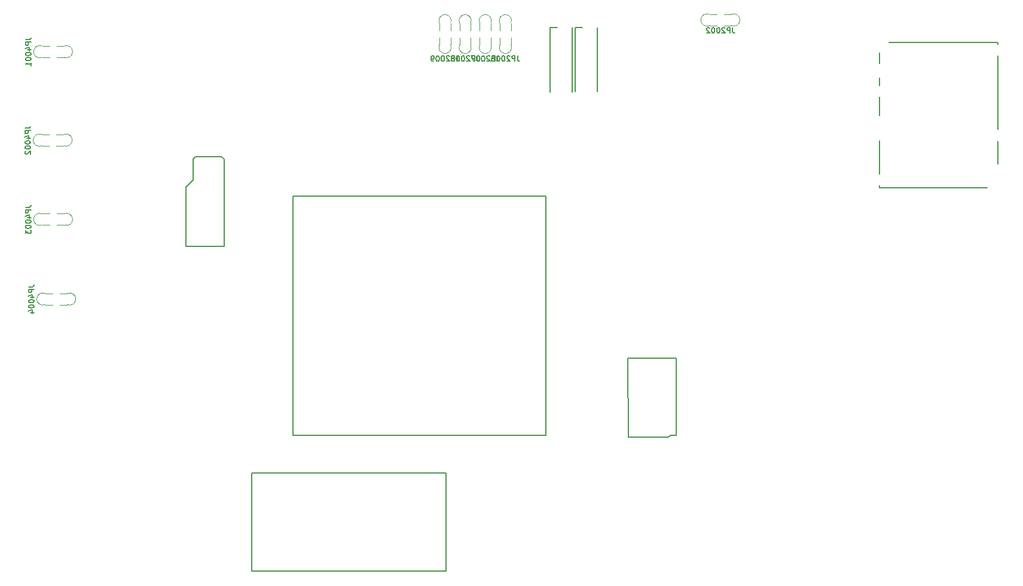
<source format=gbo>
G04 #@! TF.GenerationSoftware,KiCad,Pcbnew,8.0.9-8.0.9-0~ubuntu24.04.1*
G04 #@! TF.CreationDate,2025-02-20T18:22:35+00:00*
G04 #@! TF.ProjectId,hellenbms46,68656c6c-656e-4626-9d73-34362e6b6963,rev?*
G04 #@! TF.SameCoordinates,PX4c4b400PY96ae380*
G04 #@! TF.FileFunction,Legend,Bot*
G04 #@! TF.FilePolarity,Positive*
%FSLAX46Y46*%
G04 Gerber Fmt 4.6, Leading zero omitted, Abs format (unit mm)*
G04 Created by KiCad (PCBNEW 8.0.9-8.0.9-0~ubuntu24.04.1) date 2025-02-20 18:22:35*
%MOMM*%
%LPD*%
G01*
G04 APERTURE LIST*
%ADD10C,0.127000*%
%ADD11C,0.099060*%
%ADD12C,0.120000*%
%ADD13C,0.200000*%
G04 APERTURE END LIST*
D10*
X14583911Y84223571D02*
X15128197Y84223571D01*
X15128197Y84223571D02*
X15237054Y84259856D01*
X15237054Y84259856D02*
X15309626Y84332428D01*
X15309626Y84332428D02*
X15345911Y84441285D01*
X15345911Y84441285D02*
X15345911Y84513856D01*
X15345911Y83860714D02*
X14583911Y83860714D01*
X14583911Y83860714D02*
X14583911Y83570428D01*
X14583911Y83570428D02*
X14620197Y83497857D01*
X14620197Y83497857D02*
X14656483Y83461571D01*
X14656483Y83461571D02*
X14729054Y83425285D01*
X14729054Y83425285D02*
X14837911Y83425285D01*
X14837911Y83425285D02*
X14910483Y83461571D01*
X14910483Y83461571D02*
X14946768Y83497857D01*
X14946768Y83497857D02*
X14983054Y83570428D01*
X14983054Y83570428D02*
X14983054Y83860714D01*
X14837911Y82772142D02*
X15345911Y82772142D01*
X14547626Y82953571D02*
X15091911Y83135000D01*
X15091911Y83135000D02*
X15091911Y82663285D01*
X14583911Y82227857D02*
X14583911Y82155286D01*
X14583911Y82155286D02*
X14620197Y82082714D01*
X14620197Y82082714D02*
X14656483Y82046428D01*
X14656483Y82046428D02*
X14729054Y82010143D01*
X14729054Y82010143D02*
X14874197Y81973857D01*
X14874197Y81973857D02*
X15055626Y81973857D01*
X15055626Y81973857D02*
X15200768Y82010143D01*
X15200768Y82010143D02*
X15273340Y82046428D01*
X15273340Y82046428D02*
X15309626Y82082714D01*
X15309626Y82082714D02*
X15345911Y82155286D01*
X15345911Y82155286D02*
X15345911Y82227857D01*
X15345911Y82227857D02*
X15309626Y82300428D01*
X15309626Y82300428D02*
X15273340Y82336714D01*
X15273340Y82336714D02*
X15200768Y82373000D01*
X15200768Y82373000D02*
X15055626Y82409286D01*
X15055626Y82409286D02*
X14874197Y82409286D01*
X14874197Y82409286D02*
X14729054Y82373000D01*
X14729054Y82373000D02*
X14656483Y82336714D01*
X14656483Y82336714D02*
X14620197Y82300428D01*
X14620197Y82300428D02*
X14583911Y82227857D01*
X14583911Y81502143D02*
X14583911Y81429572D01*
X14583911Y81429572D02*
X14620197Y81357000D01*
X14620197Y81357000D02*
X14656483Y81320714D01*
X14656483Y81320714D02*
X14729054Y81284429D01*
X14729054Y81284429D02*
X14874197Y81248143D01*
X14874197Y81248143D02*
X15055626Y81248143D01*
X15055626Y81248143D02*
X15200768Y81284429D01*
X15200768Y81284429D02*
X15273340Y81320714D01*
X15273340Y81320714D02*
X15309626Y81357000D01*
X15309626Y81357000D02*
X15345911Y81429572D01*
X15345911Y81429572D02*
X15345911Y81502143D01*
X15345911Y81502143D02*
X15309626Y81574714D01*
X15309626Y81574714D02*
X15273340Y81611000D01*
X15273340Y81611000D02*
X15200768Y81647286D01*
X15200768Y81647286D02*
X15055626Y81683572D01*
X15055626Y81683572D02*
X14874197Y81683572D01*
X14874197Y81683572D02*
X14729054Y81647286D01*
X14729054Y81647286D02*
X14656483Y81611000D01*
X14656483Y81611000D02*
X14620197Y81574714D01*
X14620197Y81574714D02*
X14583911Y81502143D01*
X15345911Y80522429D02*
X15345911Y80957858D01*
X15345911Y80740143D02*
X14583911Y80740143D01*
X14583911Y80740143D02*
X14692768Y80812715D01*
X14692768Y80812715D02*
X14765340Y80885286D01*
X14765340Y80885286D02*
X14801626Y80957858D01*
X15033912Y49206571D02*
X15578198Y49206571D01*
X15578198Y49206571D02*
X15687055Y49242856D01*
X15687055Y49242856D02*
X15759627Y49315428D01*
X15759627Y49315428D02*
X15795912Y49424285D01*
X15795912Y49424285D02*
X15795912Y49496856D01*
X15795912Y48843714D02*
X15033912Y48843714D01*
X15033912Y48843714D02*
X15033912Y48553428D01*
X15033912Y48553428D02*
X15070198Y48480857D01*
X15070198Y48480857D02*
X15106484Y48444571D01*
X15106484Y48444571D02*
X15179055Y48408285D01*
X15179055Y48408285D02*
X15287912Y48408285D01*
X15287912Y48408285D02*
X15360484Y48444571D01*
X15360484Y48444571D02*
X15396769Y48480857D01*
X15396769Y48480857D02*
X15433055Y48553428D01*
X15433055Y48553428D02*
X15433055Y48843714D01*
X15287912Y47755142D02*
X15795912Y47755142D01*
X14997627Y47936571D02*
X15541912Y48118000D01*
X15541912Y48118000D02*
X15541912Y47646285D01*
X15033912Y47210857D02*
X15033912Y47138286D01*
X15033912Y47138286D02*
X15070198Y47065714D01*
X15070198Y47065714D02*
X15106484Y47029428D01*
X15106484Y47029428D02*
X15179055Y46993143D01*
X15179055Y46993143D02*
X15324198Y46956857D01*
X15324198Y46956857D02*
X15505627Y46956857D01*
X15505627Y46956857D02*
X15650769Y46993143D01*
X15650769Y46993143D02*
X15723341Y47029428D01*
X15723341Y47029428D02*
X15759627Y47065714D01*
X15759627Y47065714D02*
X15795912Y47138286D01*
X15795912Y47138286D02*
X15795912Y47210857D01*
X15795912Y47210857D02*
X15759627Y47283428D01*
X15759627Y47283428D02*
X15723341Y47319714D01*
X15723341Y47319714D02*
X15650769Y47356000D01*
X15650769Y47356000D02*
X15505627Y47392286D01*
X15505627Y47392286D02*
X15324198Y47392286D01*
X15324198Y47392286D02*
X15179055Y47356000D01*
X15179055Y47356000D02*
X15106484Y47319714D01*
X15106484Y47319714D02*
X15070198Y47283428D01*
X15070198Y47283428D02*
X15033912Y47210857D01*
X15033912Y46485143D02*
X15033912Y46412572D01*
X15033912Y46412572D02*
X15070198Y46340000D01*
X15070198Y46340000D02*
X15106484Y46303714D01*
X15106484Y46303714D02*
X15179055Y46267429D01*
X15179055Y46267429D02*
X15324198Y46231143D01*
X15324198Y46231143D02*
X15505627Y46231143D01*
X15505627Y46231143D02*
X15650769Y46267429D01*
X15650769Y46267429D02*
X15723341Y46303714D01*
X15723341Y46303714D02*
X15759627Y46340000D01*
X15759627Y46340000D02*
X15795912Y46412572D01*
X15795912Y46412572D02*
X15795912Y46485143D01*
X15795912Y46485143D02*
X15759627Y46557714D01*
X15759627Y46557714D02*
X15723341Y46594000D01*
X15723341Y46594000D02*
X15650769Y46630286D01*
X15650769Y46630286D02*
X15505627Y46666572D01*
X15505627Y46666572D02*
X15324198Y46666572D01*
X15324198Y46666572D02*
X15179055Y46630286D01*
X15179055Y46630286D02*
X15106484Y46594000D01*
X15106484Y46594000D02*
X15070198Y46557714D01*
X15070198Y46557714D02*
X15033912Y46485143D01*
X15287912Y45578000D02*
X15795912Y45578000D01*
X14997627Y45759429D02*
X15541912Y45940858D01*
X15541912Y45940858D02*
X15541912Y45469143D01*
X114723570Y85916089D02*
X114723570Y85371803D01*
X114723570Y85371803D02*
X114759855Y85262946D01*
X114759855Y85262946D02*
X114832427Y85190374D01*
X114832427Y85190374D02*
X114941284Y85154089D01*
X114941284Y85154089D02*
X115013855Y85154089D01*
X114360713Y85154089D02*
X114360713Y85916089D01*
X114360713Y85916089D02*
X114070427Y85916089D01*
X114070427Y85916089D02*
X113997856Y85879803D01*
X113997856Y85879803D02*
X113961570Y85843517D01*
X113961570Y85843517D02*
X113925284Y85770946D01*
X113925284Y85770946D02*
X113925284Y85662089D01*
X113925284Y85662089D02*
X113961570Y85589517D01*
X113961570Y85589517D02*
X113997856Y85553232D01*
X113997856Y85553232D02*
X114070427Y85516946D01*
X114070427Y85516946D02*
X114360713Y85516946D01*
X113634999Y85843517D02*
X113598713Y85879803D01*
X113598713Y85879803D02*
X113526142Y85916089D01*
X113526142Y85916089D02*
X113344713Y85916089D01*
X113344713Y85916089D02*
X113272142Y85879803D01*
X113272142Y85879803D02*
X113235856Y85843517D01*
X113235856Y85843517D02*
X113199570Y85770946D01*
X113199570Y85770946D02*
X113199570Y85698374D01*
X113199570Y85698374D02*
X113235856Y85589517D01*
X113235856Y85589517D02*
X113671284Y85154089D01*
X113671284Y85154089D02*
X113199570Y85154089D01*
X112727856Y85916089D02*
X112655285Y85916089D01*
X112655285Y85916089D02*
X112582713Y85879803D01*
X112582713Y85879803D02*
X112546428Y85843517D01*
X112546428Y85843517D02*
X112510142Y85770946D01*
X112510142Y85770946D02*
X112473856Y85625803D01*
X112473856Y85625803D02*
X112473856Y85444374D01*
X112473856Y85444374D02*
X112510142Y85299232D01*
X112510142Y85299232D02*
X112546428Y85226660D01*
X112546428Y85226660D02*
X112582713Y85190374D01*
X112582713Y85190374D02*
X112655285Y85154089D01*
X112655285Y85154089D02*
X112727856Y85154089D01*
X112727856Y85154089D02*
X112800428Y85190374D01*
X112800428Y85190374D02*
X112836713Y85226660D01*
X112836713Y85226660D02*
X112872999Y85299232D01*
X112872999Y85299232D02*
X112909285Y85444374D01*
X112909285Y85444374D02*
X112909285Y85625803D01*
X112909285Y85625803D02*
X112872999Y85770946D01*
X112872999Y85770946D02*
X112836713Y85843517D01*
X112836713Y85843517D02*
X112800428Y85879803D01*
X112800428Y85879803D02*
X112727856Y85916089D01*
X112002142Y85916089D02*
X111929571Y85916089D01*
X111929571Y85916089D02*
X111856999Y85879803D01*
X111856999Y85879803D02*
X111820714Y85843517D01*
X111820714Y85843517D02*
X111784428Y85770946D01*
X111784428Y85770946D02*
X111748142Y85625803D01*
X111748142Y85625803D02*
X111748142Y85444374D01*
X111748142Y85444374D02*
X111784428Y85299232D01*
X111784428Y85299232D02*
X111820714Y85226660D01*
X111820714Y85226660D02*
X111856999Y85190374D01*
X111856999Y85190374D02*
X111929571Y85154089D01*
X111929571Y85154089D02*
X112002142Y85154089D01*
X112002142Y85154089D02*
X112074714Y85190374D01*
X112074714Y85190374D02*
X112110999Y85226660D01*
X112110999Y85226660D02*
X112147285Y85299232D01*
X112147285Y85299232D02*
X112183571Y85444374D01*
X112183571Y85444374D02*
X112183571Y85625803D01*
X112183571Y85625803D02*
X112147285Y85770946D01*
X112147285Y85770946D02*
X112110999Y85843517D01*
X112110999Y85843517D02*
X112074714Y85879803D01*
X112074714Y85879803D02*
X112002142Y85916089D01*
X111457857Y85843517D02*
X111421571Y85879803D01*
X111421571Y85879803D02*
X111349000Y85916089D01*
X111349000Y85916089D02*
X111167571Y85916089D01*
X111167571Y85916089D02*
X111095000Y85879803D01*
X111095000Y85879803D02*
X111058714Y85843517D01*
X111058714Y85843517D02*
X111022428Y85770946D01*
X111022428Y85770946D02*
X111022428Y85698374D01*
X111022428Y85698374D02*
X111058714Y85589517D01*
X111058714Y85589517D02*
X111494142Y85154089D01*
X111494142Y85154089D02*
X111022428Y85154089D01*
X14533912Y71702571D02*
X15078198Y71702571D01*
X15078198Y71702571D02*
X15187055Y71738856D01*
X15187055Y71738856D02*
X15259627Y71811428D01*
X15259627Y71811428D02*
X15295912Y71920285D01*
X15295912Y71920285D02*
X15295912Y71992856D01*
X15295912Y71339714D02*
X14533912Y71339714D01*
X14533912Y71339714D02*
X14533912Y71049428D01*
X14533912Y71049428D02*
X14570198Y70976857D01*
X14570198Y70976857D02*
X14606484Y70940571D01*
X14606484Y70940571D02*
X14679055Y70904285D01*
X14679055Y70904285D02*
X14787912Y70904285D01*
X14787912Y70904285D02*
X14860484Y70940571D01*
X14860484Y70940571D02*
X14896769Y70976857D01*
X14896769Y70976857D02*
X14933055Y71049428D01*
X14933055Y71049428D02*
X14933055Y71339714D01*
X14787912Y70251142D02*
X15295912Y70251142D01*
X14497627Y70432571D02*
X15041912Y70614000D01*
X15041912Y70614000D02*
X15041912Y70142285D01*
X14533912Y69706857D02*
X14533912Y69634286D01*
X14533912Y69634286D02*
X14570198Y69561714D01*
X14570198Y69561714D02*
X14606484Y69525428D01*
X14606484Y69525428D02*
X14679055Y69489143D01*
X14679055Y69489143D02*
X14824198Y69452857D01*
X14824198Y69452857D02*
X15005627Y69452857D01*
X15005627Y69452857D02*
X15150769Y69489143D01*
X15150769Y69489143D02*
X15223341Y69525428D01*
X15223341Y69525428D02*
X15259627Y69561714D01*
X15259627Y69561714D02*
X15295912Y69634286D01*
X15295912Y69634286D02*
X15295912Y69706857D01*
X15295912Y69706857D02*
X15259627Y69779428D01*
X15259627Y69779428D02*
X15223341Y69815714D01*
X15223341Y69815714D02*
X15150769Y69852000D01*
X15150769Y69852000D02*
X15005627Y69888286D01*
X15005627Y69888286D02*
X14824198Y69888286D01*
X14824198Y69888286D02*
X14679055Y69852000D01*
X14679055Y69852000D02*
X14606484Y69815714D01*
X14606484Y69815714D02*
X14570198Y69779428D01*
X14570198Y69779428D02*
X14533912Y69706857D01*
X14533912Y68981143D02*
X14533912Y68908572D01*
X14533912Y68908572D02*
X14570198Y68836000D01*
X14570198Y68836000D02*
X14606484Y68799714D01*
X14606484Y68799714D02*
X14679055Y68763429D01*
X14679055Y68763429D02*
X14824198Y68727143D01*
X14824198Y68727143D02*
X15005627Y68727143D01*
X15005627Y68727143D02*
X15150769Y68763429D01*
X15150769Y68763429D02*
X15223341Y68799714D01*
X15223341Y68799714D02*
X15259627Y68836000D01*
X15259627Y68836000D02*
X15295912Y68908572D01*
X15295912Y68908572D02*
X15295912Y68981143D01*
X15295912Y68981143D02*
X15259627Y69053714D01*
X15259627Y69053714D02*
X15223341Y69090000D01*
X15223341Y69090000D02*
X15150769Y69126286D01*
X15150769Y69126286D02*
X15005627Y69162572D01*
X15005627Y69162572D02*
X14824198Y69162572D01*
X14824198Y69162572D02*
X14679055Y69126286D01*
X14679055Y69126286D02*
X14606484Y69090000D01*
X14606484Y69090000D02*
X14570198Y69053714D01*
X14570198Y69053714D02*
X14533912Y68981143D01*
X14606484Y68436858D02*
X14570198Y68400572D01*
X14570198Y68400572D02*
X14533912Y68328000D01*
X14533912Y68328000D02*
X14533912Y68146572D01*
X14533912Y68146572D02*
X14570198Y68074000D01*
X14570198Y68074000D02*
X14606484Y68037715D01*
X14606484Y68037715D02*
X14679055Y68001429D01*
X14679055Y68001429D02*
X14751627Y68001429D01*
X14751627Y68001429D02*
X14860484Y68037715D01*
X14860484Y68037715D02*
X15295912Y68473143D01*
X15295912Y68473143D02*
X15295912Y68001429D01*
X78574352Y81916089D02*
X78574352Y81371803D01*
X78574352Y81371803D02*
X78610637Y81262946D01*
X78610637Y81262946D02*
X78683209Y81190374D01*
X78683209Y81190374D02*
X78792066Y81154089D01*
X78792066Y81154089D02*
X78864637Y81154089D01*
X78211495Y81154089D02*
X78211495Y81916089D01*
X78211495Y81916089D02*
X77921209Y81916089D01*
X77921209Y81916089D02*
X77848638Y81879803D01*
X77848638Y81879803D02*
X77812352Y81843517D01*
X77812352Y81843517D02*
X77776066Y81770946D01*
X77776066Y81770946D02*
X77776066Y81662089D01*
X77776066Y81662089D02*
X77812352Y81589517D01*
X77812352Y81589517D02*
X77848638Y81553232D01*
X77848638Y81553232D02*
X77921209Y81516946D01*
X77921209Y81516946D02*
X78211495Y81516946D01*
X77485781Y81843517D02*
X77449495Y81879803D01*
X77449495Y81879803D02*
X77376924Y81916089D01*
X77376924Y81916089D02*
X77195495Y81916089D01*
X77195495Y81916089D02*
X77122924Y81879803D01*
X77122924Y81879803D02*
X77086638Y81843517D01*
X77086638Y81843517D02*
X77050352Y81770946D01*
X77050352Y81770946D02*
X77050352Y81698374D01*
X77050352Y81698374D02*
X77086638Y81589517D01*
X77086638Y81589517D02*
X77522066Y81154089D01*
X77522066Y81154089D02*
X77050352Y81154089D01*
X76578638Y81916089D02*
X76506067Y81916089D01*
X76506067Y81916089D02*
X76433495Y81879803D01*
X76433495Y81879803D02*
X76397210Y81843517D01*
X76397210Y81843517D02*
X76360924Y81770946D01*
X76360924Y81770946D02*
X76324638Y81625803D01*
X76324638Y81625803D02*
X76324638Y81444374D01*
X76324638Y81444374D02*
X76360924Y81299232D01*
X76360924Y81299232D02*
X76397210Y81226660D01*
X76397210Y81226660D02*
X76433495Y81190374D01*
X76433495Y81190374D02*
X76506067Y81154089D01*
X76506067Y81154089D02*
X76578638Y81154089D01*
X76578638Y81154089D02*
X76651210Y81190374D01*
X76651210Y81190374D02*
X76687495Y81226660D01*
X76687495Y81226660D02*
X76723781Y81299232D01*
X76723781Y81299232D02*
X76760067Y81444374D01*
X76760067Y81444374D02*
X76760067Y81625803D01*
X76760067Y81625803D02*
X76723781Y81770946D01*
X76723781Y81770946D02*
X76687495Y81843517D01*
X76687495Y81843517D02*
X76651210Y81879803D01*
X76651210Y81879803D02*
X76578638Y81916089D01*
X75852924Y81916089D02*
X75780353Y81916089D01*
X75780353Y81916089D02*
X75707781Y81879803D01*
X75707781Y81879803D02*
X75671496Y81843517D01*
X75671496Y81843517D02*
X75635210Y81770946D01*
X75635210Y81770946D02*
X75598924Y81625803D01*
X75598924Y81625803D02*
X75598924Y81444374D01*
X75598924Y81444374D02*
X75635210Y81299232D01*
X75635210Y81299232D02*
X75671496Y81226660D01*
X75671496Y81226660D02*
X75707781Y81190374D01*
X75707781Y81190374D02*
X75780353Y81154089D01*
X75780353Y81154089D02*
X75852924Y81154089D01*
X75852924Y81154089D02*
X75925496Y81190374D01*
X75925496Y81190374D02*
X75961781Y81226660D01*
X75961781Y81226660D02*
X75998067Y81299232D01*
X75998067Y81299232D02*
X76034353Y81444374D01*
X76034353Y81444374D02*
X76034353Y81625803D01*
X76034353Y81625803D02*
X75998067Y81770946D01*
X75998067Y81770946D02*
X75961781Y81843517D01*
X75961781Y81843517D02*
X75925496Y81879803D01*
X75925496Y81879803D02*
X75852924Y81916089D01*
X75163496Y81589517D02*
X75236067Y81625803D01*
X75236067Y81625803D02*
X75272353Y81662089D01*
X75272353Y81662089D02*
X75308639Y81734660D01*
X75308639Y81734660D02*
X75308639Y81770946D01*
X75308639Y81770946D02*
X75272353Y81843517D01*
X75272353Y81843517D02*
X75236067Y81879803D01*
X75236067Y81879803D02*
X75163496Y81916089D01*
X75163496Y81916089D02*
X75018353Y81916089D01*
X75018353Y81916089D02*
X74945782Y81879803D01*
X74945782Y81879803D02*
X74909496Y81843517D01*
X74909496Y81843517D02*
X74873210Y81770946D01*
X74873210Y81770946D02*
X74873210Y81734660D01*
X74873210Y81734660D02*
X74909496Y81662089D01*
X74909496Y81662089D02*
X74945782Y81625803D01*
X74945782Y81625803D02*
X75018353Y81589517D01*
X75018353Y81589517D02*
X75163496Y81589517D01*
X75163496Y81589517D02*
X75236067Y81553232D01*
X75236067Y81553232D02*
X75272353Y81516946D01*
X75272353Y81516946D02*
X75308639Y81444374D01*
X75308639Y81444374D02*
X75308639Y81299232D01*
X75308639Y81299232D02*
X75272353Y81226660D01*
X75272353Y81226660D02*
X75236067Y81190374D01*
X75236067Y81190374D02*
X75163496Y81154089D01*
X75163496Y81154089D02*
X75018353Y81154089D01*
X75018353Y81154089D02*
X74945782Y81190374D01*
X74945782Y81190374D02*
X74909496Y81226660D01*
X74909496Y81226660D02*
X74873210Y81299232D01*
X74873210Y81299232D02*
X74873210Y81444374D01*
X74873210Y81444374D02*
X74909496Y81516946D01*
X74909496Y81516946D02*
X74945782Y81553232D01*
X74945782Y81553232D02*
X75018353Y81589517D01*
X75723570Y81916089D02*
X75723570Y81371803D01*
X75723570Y81371803D02*
X75759855Y81262946D01*
X75759855Y81262946D02*
X75832427Y81190374D01*
X75832427Y81190374D02*
X75941284Y81154089D01*
X75941284Y81154089D02*
X76013855Y81154089D01*
X75360713Y81154089D02*
X75360713Y81916089D01*
X75360713Y81916089D02*
X75070427Y81916089D01*
X75070427Y81916089D02*
X74997856Y81879803D01*
X74997856Y81879803D02*
X74961570Y81843517D01*
X74961570Y81843517D02*
X74925284Y81770946D01*
X74925284Y81770946D02*
X74925284Y81662089D01*
X74925284Y81662089D02*
X74961570Y81589517D01*
X74961570Y81589517D02*
X74997856Y81553232D01*
X74997856Y81553232D02*
X75070427Y81516946D01*
X75070427Y81516946D02*
X75360713Y81516946D01*
X74634999Y81843517D02*
X74598713Y81879803D01*
X74598713Y81879803D02*
X74526142Y81916089D01*
X74526142Y81916089D02*
X74344713Y81916089D01*
X74344713Y81916089D02*
X74272142Y81879803D01*
X74272142Y81879803D02*
X74235856Y81843517D01*
X74235856Y81843517D02*
X74199570Y81770946D01*
X74199570Y81770946D02*
X74199570Y81698374D01*
X74199570Y81698374D02*
X74235856Y81589517D01*
X74235856Y81589517D02*
X74671284Y81154089D01*
X74671284Y81154089D02*
X74199570Y81154089D01*
X73727856Y81916089D02*
X73655285Y81916089D01*
X73655285Y81916089D02*
X73582713Y81879803D01*
X73582713Y81879803D02*
X73546428Y81843517D01*
X73546428Y81843517D02*
X73510142Y81770946D01*
X73510142Y81770946D02*
X73473856Y81625803D01*
X73473856Y81625803D02*
X73473856Y81444374D01*
X73473856Y81444374D02*
X73510142Y81299232D01*
X73510142Y81299232D02*
X73546428Y81226660D01*
X73546428Y81226660D02*
X73582713Y81190374D01*
X73582713Y81190374D02*
X73655285Y81154089D01*
X73655285Y81154089D02*
X73727856Y81154089D01*
X73727856Y81154089D02*
X73800428Y81190374D01*
X73800428Y81190374D02*
X73836713Y81226660D01*
X73836713Y81226660D02*
X73872999Y81299232D01*
X73872999Y81299232D02*
X73909285Y81444374D01*
X73909285Y81444374D02*
X73909285Y81625803D01*
X73909285Y81625803D02*
X73872999Y81770946D01*
X73872999Y81770946D02*
X73836713Y81843517D01*
X73836713Y81843517D02*
X73800428Y81879803D01*
X73800428Y81879803D02*
X73727856Y81916089D01*
X73002142Y81916089D02*
X72929571Y81916089D01*
X72929571Y81916089D02*
X72856999Y81879803D01*
X72856999Y81879803D02*
X72820714Y81843517D01*
X72820714Y81843517D02*
X72784428Y81770946D01*
X72784428Y81770946D02*
X72748142Y81625803D01*
X72748142Y81625803D02*
X72748142Y81444374D01*
X72748142Y81444374D02*
X72784428Y81299232D01*
X72784428Y81299232D02*
X72820714Y81226660D01*
X72820714Y81226660D02*
X72856999Y81190374D01*
X72856999Y81190374D02*
X72929571Y81154089D01*
X72929571Y81154089D02*
X73002142Y81154089D01*
X73002142Y81154089D02*
X73074714Y81190374D01*
X73074714Y81190374D02*
X73110999Y81226660D01*
X73110999Y81226660D02*
X73147285Y81299232D01*
X73147285Y81299232D02*
X73183571Y81444374D01*
X73183571Y81444374D02*
X73183571Y81625803D01*
X73183571Y81625803D02*
X73147285Y81770946D01*
X73147285Y81770946D02*
X73110999Y81843517D01*
X73110999Y81843517D02*
X73074714Y81879803D01*
X73074714Y81879803D02*
X73002142Y81916089D01*
X72385285Y81154089D02*
X72240142Y81154089D01*
X72240142Y81154089D02*
X72167571Y81190374D01*
X72167571Y81190374D02*
X72131285Y81226660D01*
X72131285Y81226660D02*
X72058714Y81335517D01*
X72058714Y81335517D02*
X72022428Y81480660D01*
X72022428Y81480660D02*
X72022428Y81770946D01*
X72022428Y81770946D02*
X72058714Y81843517D01*
X72058714Y81843517D02*
X72095000Y81879803D01*
X72095000Y81879803D02*
X72167571Y81916089D01*
X72167571Y81916089D02*
X72312714Y81916089D01*
X72312714Y81916089D02*
X72385285Y81879803D01*
X72385285Y81879803D02*
X72421571Y81843517D01*
X72421571Y81843517D02*
X72457857Y81770946D01*
X72457857Y81770946D02*
X72457857Y81589517D01*
X72457857Y81589517D02*
X72421571Y81516946D01*
X72421571Y81516946D02*
X72385285Y81480660D01*
X72385285Y81480660D02*
X72312714Y81444374D01*
X72312714Y81444374D02*
X72167571Y81444374D01*
X72167571Y81444374D02*
X72095000Y81480660D01*
X72095000Y81480660D02*
X72058714Y81516946D01*
X72058714Y81516946D02*
X72022428Y81589517D01*
X81425134Y81916089D02*
X81425134Y81371803D01*
X81425134Y81371803D02*
X81461419Y81262946D01*
X81461419Y81262946D02*
X81533991Y81190374D01*
X81533991Y81190374D02*
X81642848Y81154089D01*
X81642848Y81154089D02*
X81715419Y81154089D01*
X81062277Y81154089D02*
X81062277Y81916089D01*
X81062277Y81916089D02*
X80771991Y81916089D01*
X80771991Y81916089D02*
X80699420Y81879803D01*
X80699420Y81879803D02*
X80663134Y81843517D01*
X80663134Y81843517D02*
X80626848Y81770946D01*
X80626848Y81770946D02*
X80626848Y81662089D01*
X80626848Y81662089D02*
X80663134Y81589517D01*
X80663134Y81589517D02*
X80699420Y81553232D01*
X80699420Y81553232D02*
X80771991Y81516946D01*
X80771991Y81516946D02*
X81062277Y81516946D01*
X80336563Y81843517D02*
X80300277Y81879803D01*
X80300277Y81879803D02*
X80227706Y81916089D01*
X80227706Y81916089D02*
X80046277Y81916089D01*
X80046277Y81916089D02*
X79973706Y81879803D01*
X79973706Y81879803D02*
X79937420Y81843517D01*
X79937420Y81843517D02*
X79901134Y81770946D01*
X79901134Y81770946D02*
X79901134Y81698374D01*
X79901134Y81698374D02*
X79937420Y81589517D01*
X79937420Y81589517D02*
X80372848Y81154089D01*
X80372848Y81154089D02*
X79901134Y81154089D01*
X79429420Y81916089D02*
X79356849Y81916089D01*
X79356849Y81916089D02*
X79284277Y81879803D01*
X79284277Y81879803D02*
X79247992Y81843517D01*
X79247992Y81843517D02*
X79211706Y81770946D01*
X79211706Y81770946D02*
X79175420Y81625803D01*
X79175420Y81625803D02*
X79175420Y81444374D01*
X79175420Y81444374D02*
X79211706Y81299232D01*
X79211706Y81299232D02*
X79247992Y81226660D01*
X79247992Y81226660D02*
X79284277Y81190374D01*
X79284277Y81190374D02*
X79356849Y81154089D01*
X79356849Y81154089D02*
X79429420Y81154089D01*
X79429420Y81154089D02*
X79501992Y81190374D01*
X79501992Y81190374D02*
X79538277Y81226660D01*
X79538277Y81226660D02*
X79574563Y81299232D01*
X79574563Y81299232D02*
X79610849Y81444374D01*
X79610849Y81444374D02*
X79610849Y81625803D01*
X79610849Y81625803D02*
X79574563Y81770946D01*
X79574563Y81770946D02*
X79538277Y81843517D01*
X79538277Y81843517D02*
X79501992Y81879803D01*
X79501992Y81879803D02*
X79429420Y81916089D01*
X78703706Y81916089D02*
X78631135Y81916089D01*
X78631135Y81916089D02*
X78558563Y81879803D01*
X78558563Y81879803D02*
X78522278Y81843517D01*
X78522278Y81843517D02*
X78485992Y81770946D01*
X78485992Y81770946D02*
X78449706Y81625803D01*
X78449706Y81625803D02*
X78449706Y81444374D01*
X78449706Y81444374D02*
X78485992Y81299232D01*
X78485992Y81299232D02*
X78522278Y81226660D01*
X78522278Y81226660D02*
X78558563Y81190374D01*
X78558563Y81190374D02*
X78631135Y81154089D01*
X78631135Y81154089D02*
X78703706Y81154089D01*
X78703706Y81154089D02*
X78776278Y81190374D01*
X78776278Y81190374D02*
X78812563Y81226660D01*
X78812563Y81226660D02*
X78848849Y81299232D01*
X78848849Y81299232D02*
X78885135Y81444374D01*
X78885135Y81444374D02*
X78885135Y81625803D01*
X78885135Y81625803D02*
X78848849Y81770946D01*
X78848849Y81770946D02*
X78812563Y81843517D01*
X78812563Y81843517D02*
X78776278Y81879803D01*
X78776278Y81879803D02*
X78703706Y81916089D01*
X78195706Y81916089D02*
X77687706Y81916089D01*
X77687706Y81916089D02*
X78014278Y81154089D01*
X84275916Y81916089D02*
X84275916Y81371803D01*
X84275916Y81371803D02*
X84312201Y81262946D01*
X84312201Y81262946D02*
X84384773Y81190374D01*
X84384773Y81190374D02*
X84493630Y81154089D01*
X84493630Y81154089D02*
X84566201Y81154089D01*
X83913059Y81154089D02*
X83913059Y81916089D01*
X83913059Y81916089D02*
X83622773Y81916089D01*
X83622773Y81916089D02*
X83550202Y81879803D01*
X83550202Y81879803D02*
X83513916Y81843517D01*
X83513916Y81843517D02*
X83477630Y81770946D01*
X83477630Y81770946D02*
X83477630Y81662089D01*
X83477630Y81662089D02*
X83513916Y81589517D01*
X83513916Y81589517D02*
X83550202Y81553232D01*
X83550202Y81553232D02*
X83622773Y81516946D01*
X83622773Y81516946D02*
X83913059Y81516946D01*
X83187345Y81843517D02*
X83151059Y81879803D01*
X83151059Y81879803D02*
X83078488Y81916089D01*
X83078488Y81916089D02*
X82897059Y81916089D01*
X82897059Y81916089D02*
X82824488Y81879803D01*
X82824488Y81879803D02*
X82788202Y81843517D01*
X82788202Y81843517D02*
X82751916Y81770946D01*
X82751916Y81770946D02*
X82751916Y81698374D01*
X82751916Y81698374D02*
X82788202Y81589517D01*
X82788202Y81589517D02*
X83223630Y81154089D01*
X83223630Y81154089D02*
X82751916Y81154089D01*
X82280202Y81916089D02*
X82207631Y81916089D01*
X82207631Y81916089D02*
X82135059Y81879803D01*
X82135059Y81879803D02*
X82098774Y81843517D01*
X82098774Y81843517D02*
X82062488Y81770946D01*
X82062488Y81770946D02*
X82026202Y81625803D01*
X82026202Y81625803D02*
X82026202Y81444374D01*
X82026202Y81444374D02*
X82062488Y81299232D01*
X82062488Y81299232D02*
X82098774Y81226660D01*
X82098774Y81226660D02*
X82135059Y81190374D01*
X82135059Y81190374D02*
X82207631Y81154089D01*
X82207631Y81154089D02*
X82280202Y81154089D01*
X82280202Y81154089D02*
X82352774Y81190374D01*
X82352774Y81190374D02*
X82389059Y81226660D01*
X82389059Y81226660D02*
X82425345Y81299232D01*
X82425345Y81299232D02*
X82461631Y81444374D01*
X82461631Y81444374D02*
X82461631Y81625803D01*
X82461631Y81625803D02*
X82425345Y81770946D01*
X82425345Y81770946D02*
X82389059Y81843517D01*
X82389059Y81843517D02*
X82352774Y81879803D01*
X82352774Y81879803D02*
X82280202Y81916089D01*
X81554488Y81916089D02*
X81481917Y81916089D01*
X81481917Y81916089D02*
X81409345Y81879803D01*
X81409345Y81879803D02*
X81373060Y81843517D01*
X81373060Y81843517D02*
X81336774Y81770946D01*
X81336774Y81770946D02*
X81300488Y81625803D01*
X81300488Y81625803D02*
X81300488Y81444374D01*
X81300488Y81444374D02*
X81336774Y81299232D01*
X81336774Y81299232D02*
X81373060Y81226660D01*
X81373060Y81226660D02*
X81409345Y81190374D01*
X81409345Y81190374D02*
X81481917Y81154089D01*
X81481917Y81154089D02*
X81554488Y81154089D01*
X81554488Y81154089D02*
X81627060Y81190374D01*
X81627060Y81190374D02*
X81663345Y81226660D01*
X81663345Y81226660D02*
X81699631Y81299232D01*
X81699631Y81299232D02*
X81735917Y81444374D01*
X81735917Y81444374D02*
X81735917Y81625803D01*
X81735917Y81625803D02*
X81699631Y81770946D01*
X81699631Y81770946D02*
X81663345Y81843517D01*
X81663345Y81843517D02*
X81627060Y81879803D01*
X81627060Y81879803D02*
X81554488Y81916089D01*
X80647346Y81916089D02*
X80792488Y81916089D01*
X80792488Y81916089D02*
X80865060Y81879803D01*
X80865060Y81879803D02*
X80901346Y81843517D01*
X80901346Y81843517D02*
X80973917Y81734660D01*
X80973917Y81734660D02*
X81010203Y81589517D01*
X81010203Y81589517D02*
X81010203Y81299232D01*
X81010203Y81299232D02*
X80973917Y81226660D01*
X80973917Y81226660D02*
X80937631Y81190374D01*
X80937631Y81190374D02*
X80865060Y81154089D01*
X80865060Y81154089D02*
X80719917Y81154089D01*
X80719917Y81154089D02*
X80647346Y81190374D01*
X80647346Y81190374D02*
X80611060Y81226660D01*
X80611060Y81226660D02*
X80574774Y81299232D01*
X80574774Y81299232D02*
X80574774Y81480660D01*
X80574774Y81480660D02*
X80611060Y81553232D01*
X80611060Y81553232D02*
X80647346Y81589517D01*
X80647346Y81589517D02*
X80719917Y81625803D01*
X80719917Y81625803D02*
X80865060Y81625803D01*
X80865060Y81625803D02*
X80937631Y81589517D01*
X80937631Y81589517D02*
X80973917Y81553232D01*
X80973917Y81553232D02*
X81010203Y81480660D01*
X14583911Y60482571D02*
X15128197Y60482571D01*
X15128197Y60482571D02*
X15237054Y60518856D01*
X15237054Y60518856D02*
X15309626Y60591428D01*
X15309626Y60591428D02*
X15345911Y60700285D01*
X15345911Y60700285D02*
X15345911Y60772856D01*
X15345911Y60119714D02*
X14583911Y60119714D01*
X14583911Y60119714D02*
X14583911Y59829428D01*
X14583911Y59829428D02*
X14620197Y59756857D01*
X14620197Y59756857D02*
X14656483Y59720571D01*
X14656483Y59720571D02*
X14729054Y59684285D01*
X14729054Y59684285D02*
X14837911Y59684285D01*
X14837911Y59684285D02*
X14910483Y59720571D01*
X14910483Y59720571D02*
X14946768Y59756857D01*
X14946768Y59756857D02*
X14983054Y59829428D01*
X14983054Y59829428D02*
X14983054Y60119714D01*
X14837911Y59031142D02*
X15345911Y59031142D01*
X14547626Y59212571D02*
X15091911Y59394000D01*
X15091911Y59394000D02*
X15091911Y58922285D01*
X14583911Y58486857D02*
X14583911Y58414286D01*
X14583911Y58414286D02*
X14620197Y58341714D01*
X14620197Y58341714D02*
X14656483Y58305428D01*
X14656483Y58305428D02*
X14729054Y58269143D01*
X14729054Y58269143D02*
X14874197Y58232857D01*
X14874197Y58232857D02*
X15055626Y58232857D01*
X15055626Y58232857D02*
X15200768Y58269143D01*
X15200768Y58269143D02*
X15273340Y58305428D01*
X15273340Y58305428D02*
X15309626Y58341714D01*
X15309626Y58341714D02*
X15345911Y58414286D01*
X15345911Y58414286D02*
X15345911Y58486857D01*
X15345911Y58486857D02*
X15309626Y58559428D01*
X15309626Y58559428D02*
X15273340Y58595714D01*
X15273340Y58595714D02*
X15200768Y58632000D01*
X15200768Y58632000D02*
X15055626Y58668286D01*
X15055626Y58668286D02*
X14874197Y58668286D01*
X14874197Y58668286D02*
X14729054Y58632000D01*
X14729054Y58632000D02*
X14656483Y58595714D01*
X14656483Y58595714D02*
X14620197Y58559428D01*
X14620197Y58559428D02*
X14583911Y58486857D01*
X14583911Y57761143D02*
X14583911Y57688572D01*
X14583911Y57688572D02*
X14620197Y57616000D01*
X14620197Y57616000D02*
X14656483Y57579714D01*
X14656483Y57579714D02*
X14729054Y57543429D01*
X14729054Y57543429D02*
X14874197Y57507143D01*
X14874197Y57507143D02*
X15055626Y57507143D01*
X15055626Y57507143D02*
X15200768Y57543429D01*
X15200768Y57543429D02*
X15273340Y57579714D01*
X15273340Y57579714D02*
X15309626Y57616000D01*
X15309626Y57616000D02*
X15345911Y57688572D01*
X15345911Y57688572D02*
X15345911Y57761143D01*
X15345911Y57761143D02*
X15309626Y57833714D01*
X15309626Y57833714D02*
X15273340Y57870000D01*
X15273340Y57870000D02*
X15200768Y57906286D01*
X15200768Y57906286D02*
X15055626Y57942572D01*
X15055626Y57942572D02*
X14874197Y57942572D01*
X14874197Y57942572D02*
X14729054Y57906286D01*
X14729054Y57906286D02*
X14656483Y57870000D01*
X14656483Y57870000D02*
X14620197Y57833714D01*
X14620197Y57833714D02*
X14583911Y57761143D01*
X14583911Y57253143D02*
X14583911Y56781429D01*
X14583911Y56781429D02*
X14874197Y57035429D01*
X14874197Y57035429D02*
X14874197Y56926572D01*
X14874197Y56926572D02*
X14910483Y56854000D01*
X14910483Y56854000D02*
X14946768Y56817715D01*
X14946768Y56817715D02*
X15019340Y56781429D01*
X15019340Y56781429D02*
X15200768Y56781429D01*
X15200768Y56781429D02*
X15273340Y56817715D01*
X15273340Y56817715D02*
X15309626Y56854000D01*
X15309626Y56854000D02*
X15345911Y56926572D01*
X15345911Y56926572D02*
X15345911Y57144286D01*
X15345911Y57144286D02*
X15309626Y57216858D01*
X15309626Y57216858D02*
X15273340Y57253143D01*
D11*
G04 #@! TO.C,JP4001*
X16976000Y81700000D02*
X17992000Y81700000D01*
X17992000Y83300000D02*
X16976000Y83300000D01*
X19008000Y81700000D02*
X20024000Y81700000D01*
X20024000Y83300000D02*
X19008000Y83300000D01*
D12*
X16921000Y81698362D02*
G75*
G02*
X16925000Y83300000I-326000J801638D01*
G01*
X20075000Y83300000D02*
G75*
G02*
X20083602Y81696505I330000J-800000D01*
G01*
D11*
G04 #@! TO.C,JP4004*
X17426001Y46683000D02*
X18442001Y46683000D01*
X18442001Y48283000D02*
X17426001Y48283000D01*
X19458001Y46683000D02*
X20474001Y46683000D01*
X20474001Y48283000D02*
X19458001Y48283000D01*
D12*
X17371001Y46681362D02*
G75*
G02*
X17375001Y48283000I-326000J801638D01*
G01*
X20525001Y48283000D02*
G75*
G02*
X20533603Y46679505I330000J-800000D01*
G01*
D11*
G04 #@! TO.C,JP2002*
X111476000Y86200000D02*
X112492000Y86200000D01*
X112492000Y87800000D02*
X111476000Y87800000D01*
X113508000Y86200000D02*
X114524000Y86200000D01*
X114524000Y87800000D02*
X113508000Y87800000D01*
D12*
X111425000Y86200000D02*
G75*
G02*
X111416398Y87803495I-330000J800000D01*
G01*
X114579000Y87801638D02*
G75*
G02*
X114575000Y86200000I326000J-801638D01*
G01*
G04 #@! TO.C,M3003*
D13*
X46625000Y8925000D02*
X74125000Y8925000D01*
X74125000Y22825000D01*
X46625000Y22825000D01*
X46625000Y8925000D01*
D11*
G04 #@! TO.C,JP4002*
X16926001Y69179000D02*
X17942001Y69179000D01*
X17942001Y70779000D02*
X16926001Y70779000D01*
X18958001Y69179000D02*
X19974001Y69179000D01*
X19974001Y70779000D02*
X18958001Y70779000D01*
D12*
X16871001Y69177362D02*
G75*
G02*
X16875001Y70779000I-326000J801638D01*
G01*
X20025001Y70779000D02*
G75*
G02*
X20033603Y69175505I330000J-800000D01*
G01*
D13*
G04 #@! TO.C,M6002*
X92431797Y85930400D02*
X92431797Y76830400D01*
X92431797Y85930400D02*
X93431799Y85930400D01*
X95531800Y85930400D02*
X95531800Y76830400D01*
D11*
G04 #@! TO.C,JP2008*
X76050782Y86524000D02*
X76050782Y85508000D01*
X76050782Y84492000D02*
X76050782Y83476000D01*
X77650782Y85508000D02*
X77650782Y86524000D01*
X77650782Y83476000D02*
X77650782Y84492000D01*
D12*
X76050782Y86575000D02*
G75*
G02*
X77654277Y86583602I800000J330000D01*
G01*
X77652420Y83421000D02*
G75*
G02*
X76050782Y83425000I-801638J-326000D01*
G01*
D13*
G04 #@! TO.C,M3001*
X135503002Y63546999D02*
X135503002Y63247001D01*
X135503004Y82397001D02*
X135502999Y80847001D01*
X135503004Y78846999D02*
X135503004Y77746996D01*
X135503004Y76147001D02*
X135503004Y73447001D01*
X135503004Y69946999D02*
X135503004Y65146999D01*
X150803001Y63247003D02*
X135503002Y63247001D01*
X152303001Y83847001D02*
X136903001Y83847001D01*
X152303001Y83847001D02*
X152303001Y83547001D01*
X152303001Y81947001D02*
X152303001Y71546999D01*
X152303001Y69847001D02*
X152303001Y66646998D01*
G04 #@! TO.C,M3002*
X52475015Y28224995D02*
X52475015Y62025005D01*
X88275005Y62025005D02*
X52475015Y62025005D01*
X88275005Y28224995D02*
X52475015Y28224995D01*
X88275005Y28224995D02*
X88275005Y62025005D01*
D11*
G04 #@! TO.C,JP2009*
X73200000Y86524000D02*
X73200000Y85508000D01*
X73200000Y84492000D02*
X73200000Y83476000D01*
X74800000Y85508000D02*
X74800000Y86524000D01*
X74800000Y83476000D02*
X74800000Y84492000D01*
D12*
X73200000Y86575000D02*
G75*
G02*
X74803495Y86583602I800000J330000D01*
G01*
X74801638Y83421000D02*
G75*
G02*
X73200000Y83425000I-801638J-326000D01*
G01*
D13*
G04 #@! TO.C,M6001*
X88900000Y85925000D02*
X88900000Y76825000D01*
X88900000Y85925000D02*
X89900002Y85925000D01*
X92000003Y85925000D02*
X92000003Y76825000D01*
D11*
G04 #@! TO.C,JP2007*
X78901564Y86524000D02*
X78901564Y85508000D01*
X78901564Y84492000D02*
X78901564Y83476000D01*
X80501564Y85508000D02*
X80501564Y86524000D01*
X80501564Y83476000D02*
X80501564Y84492000D01*
D12*
X78901564Y86575000D02*
G75*
G02*
X80505059Y86583602I800000J330000D01*
G01*
X80503202Y83421000D02*
G75*
G02*
X78901564Y83425000I-801638J-326000D01*
G01*
D13*
G04 #@! TO.C,M3005*
X37300013Y54899999D02*
X37300013Y63325019D01*
X37300013Y54899999D02*
X42700012Y54899999D01*
X37325014Y63350020D02*
X38350013Y64375019D01*
X38350013Y67324998D02*
X38700015Y67675000D01*
X38350013Y64375019D02*
X38350013Y67324998D01*
X38700015Y67675000D02*
X42325012Y67675000D01*
X42325012Y67675000D02*
X42700012Y67299999D01*
X42700012Y54899999D02*
X42700012Y67299999D01*
G04 #@! TO.C,M3004*
X99927173Y27924999D02*
X99888326Y39099999D01*
X105624995Y27924999D02*
X99927173Y27924999D01*
X105624995Y27924999D02*
X105900001Y28200003D01*
X106725000Y28200003D02*
X105900001Y28200003D01*
X106725000Y28200003D02*
X106775000Y28256205D01*
X106775000Y28256205D02*
X106775000Y39099999D01*
X106781203Y39099999D02*
X99888326Y39099999D01*
D11*
G04 #@! TO.C,JP2006*
X81752346Y86524000D02*
X81752346Y85508000D01*
X81752346Y84492000D02*
X81752346Y83476000D01*
X83352346Y85508000D02*
X83352346Y86524000D01*
X83352346Y83476000D02*
X83352346Y84492000D01*
D12*
X81752346Y86575000D02*
G75*
G02*
X83355841Y86583602I800000J330000D01*
G01*
X83353984Y83421000D02*
G75*
G02*
X81752346Y83425000I-801638J-326000D01*
G01*
D11*
G04 #@! TO.C,JP4003*
X16976000Y57959000D02*
X17992000Y57959000D01*
X17992000Y59559000D02*
X16976000Y59559000D01*
X19008000Y57959000D02*
X20024000Y57959000D01*
X20024000Y59559000D02*
X19008000Y59559000D01*
D12*
X16921000Y57957362D02*
G75*
G02*
X16925000Y59559000I-326000J801638D01*
G01*
X20075000Y59559000D02*
G75*
G02*
X20083602Y57955505I330000J-800000D01*
G01*
G04 #@! TD*
M02*

</source>
